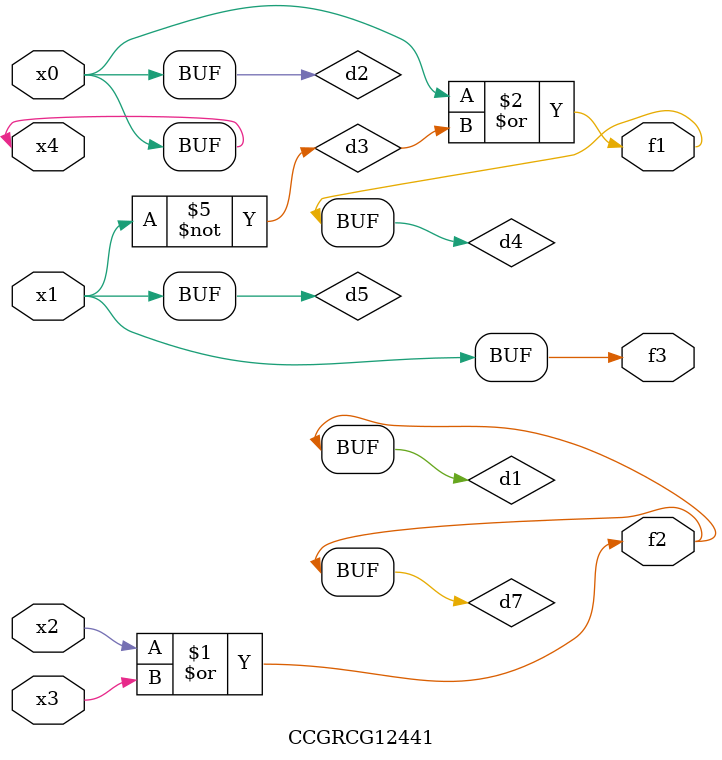
<source format=v>
module CCGRCG12441(
	input x0, x1, x2, x3, x4,
	output f1, f2, f3
);

	wire d1, d2, d3, d4, d5, d6, d7;

	or (d1, x2, x3);
	buf (d2, x0, x4);
	not (d3, x1);
	or (d4, d2, d3);
	not (d5, d3);
	nand (d6, d1, d3);
	or (d7, d1);
	assign f1 = d4;
	assign f2 = d7;
	assign f3 = d5;
endmodule

</source>
